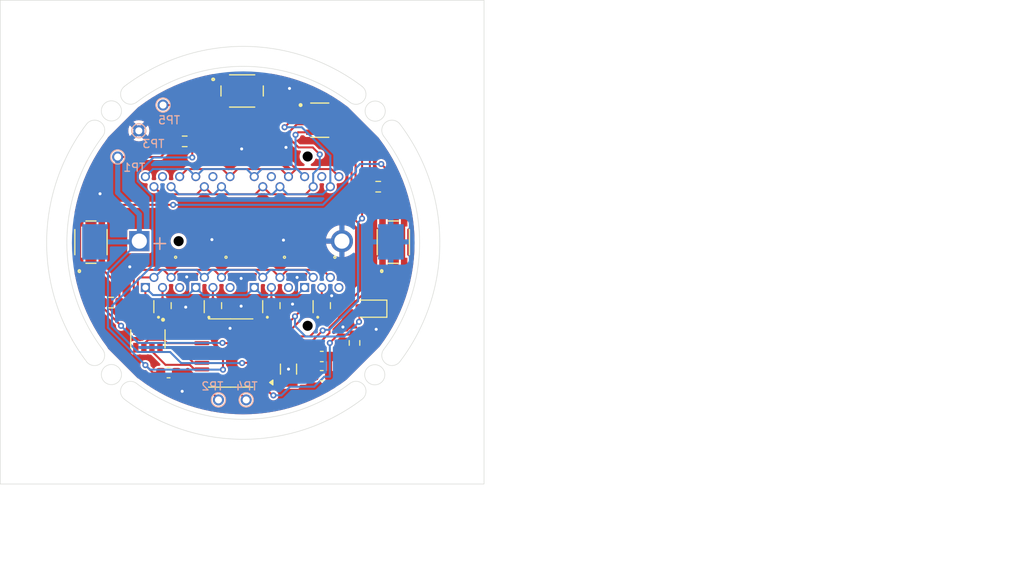
<source format=kicad_pcb>
(kicad_pcb (version 20240108) (generator "pcbnew") (generator_version "8.0")
  (layers (0 "F.Cu" signal) (31 "B.Cu" signal) (34 "B.Paste" user) (35 "F.Paste" user) (36 "B.SilkS" user "B.Silkscreen") (37 "F.SilkS" user "F.Silkscreen") (38 "B.Mask" user) (39 "F.Mask" user) (44 "Edge.Cuts" user))
  (net 0 "")
  (net 1 "VDD")
  (net 2 "GND")
  (net 3 "Net-(U1-PC15)")
  (net 4 "Net-(U1-PC14)")
  (net 5 "Net-(Q1-B)")
  (net 6 "Net-(Q1-C)")
  (net 7 "Net-(D1-K)")
  (net 8 "Net-(Q2-C)")
  (net 9 "Net-(Q3-C)")
  (net 10 "Net-(Q4-C)")
  (net 11 "Net-(U2-C)")
  (net 12 "Net-(U2-B)")
  (net 13 "Net-(U2-A)")
  (net 14 "Net-(U1-PA3)")
  (net 15 "Net-(U1-PA0)")
  (net 16 "Net-(U1-PA2)")
  (net 17 "Net-(U2-D)")
  (net 18 "Net-(U1-PA1)")
  (net 19 "Net-(U2-G)")
  (net 20 "Net-(U2-E)")
  (net 21 "Net-(U2-F)")
  (net 22 "Net-(D1-A)")
  (net 23 "Net-(U1-PB9)")
  (net 24 "Net-(Q3-B)")
  (net 25 "Net-(U1-PA10)")
  (net 26 "Net-(U1-PA9)")
  (net 31 "Net-(R1-Pad2)")
  (net 32 "Net-(R5-Pad2)")
  (net 39 "Net-(U1-NRST)")
  (net 40 "Net-(U1-PA14{slash}SWCLK)")
  (net 41 "Net-(U1-PA13{slash}SWDIO)")
  (net 42 "Net-(Q2-B)")
  (net 43 "Net-(U1-PB1)")
  (footprint "Resistor_SMD:R_0603_1608Metric" (layer "F.Cu") (at 84.3 80)
    (property "Reference" "R3" (hide yes))
    (property "Value" "10k")
  )
  (footprint "Capacitor_SMD:C_0603_1608Metric" (layer "F.Cu") (at 97.9 101.35)
    (property "Reference" "C1" (hide yes))
    (property "Value" "C_Small")
  )
  (footprint "Capacitor_SMD:C_0603_1608Metric" (layer "F.Cu") (at 97.9 103.25)
    (property "Reference" "C3" (hide yes))
    (property "Value" "C_Small")
  )
  (footprint "Resistor_SMD:R_0603_1608Metric" (layer "F.Cu") (at 77 96)
    (property "Reference" "R5" (hide yes))
    (property "Value" "39k")
  )
  (footprint "SW_SMD:RESCAF80P320X160X60-8N" (layer "F.Cu") (at 97.7 77.9)
    (property "Reference" "RN1" (hide yes))
    (property "Value" "CAY16-103J4LF")
  )
  (footprint "Package_TO_SOT_SMD:SOT-723" (layer "F.Cu") (at 97.9 96.3 90)
    (property "Reference" "Q4" (hide yes))
    (property "Value" "DTC143ZMFHA")
  )
  (footprint "Capacitor_SMD:C_0603_1608Metric" (layer "F.Cu") (at 82.7 102.95)
    (property "Reference" "C2" (hide yes))
    (property "Value" "C_Small")
  )
  (footprint "Display_7Segment:GL91AR" (layer "F.Cu") (at 91.2 94.5)
    (property "Reference" "U4" (hide yes))
    (property "Value" "GL91AR")
  )
  (footprint "SW_SMD:SW_SKRPACE010" (layer "F.Cu") (at 90 75)
    (property "Reference" "S4" (hide yes))
    (property "Value" "SKRPACE010")
  )
  (footprint "Package_TO_SOT_SMD:SOT-723" (layer "F.Cu") (at 87.1 96.3 90)
    (property "Reference" "Q2" (hide yes))
    (property "Value" "DTC143ZMFHA")
  )
  (footprint "Package_TO_SOT_SMD:SOT-723" (layer "F.Cu") (at 82.1 96.3 90)
    (property "Reference" "Q1" (hide yes))
    (property "Value" "DTC143ZMFHA")
  )
  (footprint "Diode_SMD:D_SOD-323F" (layer "F.Cu") (at 102.75 96.6 180)
    (property "Reference" "D1" (hide yes))
    (property "Value" "1SS380VM")
  )
  (footprint "SW_SMD:SW_SKRPACE010" (layer "F.Cu") (at 75 90 90)
    (property "Reference" "S2" (hide yes))
    (property "Value" "SKRPACE010")
  )
  (footprint "Resistor_SMD:R_0603_1608Metric" (layer "F.Cu") (at 101.15 100 -90)
    (property "Reference" "R4" (hide yes))
    (property "Value" "10k")
  )
  (footprint "Package_SO:TSSOP-20_4.4x6.5mm_P0.65mm" (layer "F.Cu") (at 88.8625 101 180)
    (property "Reference" "U1" (hide yes))
    (property "Value" "STM32L010F4P6")
  )
  (footprint "SW_SMD:SW_SKRPACE010" (layer "F.Cu") (at 105 90 90)
    (property "Reference" "S1" (hide yes))
    (property "Value" "SKRPACE010")
  )
  (footprint "Display_7Segment:GL91AR" (layer "F.Cu") (at 96.2 94.5)
    (property "Reference" "U5" (hide yes))
    (property "Value" "GL91AR")
  )
  (footprint "Package_TO_SOT_SMD:SOT-723" (layer "F.Cu") (at 92.9 96.3 90)
    (property "Reference" "Q3" (hide yes))
    (property "Value" "DTC143ZMFHA")
  )
  (footprint "Display_7Segment:GL91AR" (layer "F.Cu") (at 80.4 94.5)
    (property "Reference" "U2" (hide yes))
    (property "Value" "GL91AR")
  )
  (footprint "Display_7Segment:GL91AR" (layer "F.Cu") (at 85.4 94.5)
    (property "Reference" "U3" (hide yes))
    (property "Value" "GL91AR")
  )
  (footprint "SW_SMD:XTAL_FC-135_32.7680KA-A0" (layer "F.Cu") (at 94.6 102.6 -90)
    (property "Reference" "Y1" (hide yes))
    (property "Value" "FC-135_32.7680KA-A0")
  )
  (footprint "SW_SMD:RESCAF80P320X160X60-8N" (layer "F.Cu") (at 80.65 99.6 -90)
    (property "Reference" "RN2" (hide yes))
    (property "Value" "CAY16-103J4LF")
  )
  (footprint "Resistor_SMD:R_0603_1608Metric" (layer "F.Cu") (at 103.5 84.5)
    (property "Reference" "R1" (hide yes))
    (property "Value" "39k")
  )
  (footprint "Battery:BatteryHolder_Keystone_1058_1x2032" (layer "B.Cu") (at 90.08 89.975)
    (property "Reference" "BT1" (hide yes))
    (property "Value" "Battery_Cell" (hide yes))
  )
  (footprint "Battery:Battery_CH224-2032" (layer "B.Cu") (at 79.8 89.9)
    (property "Reference" "BT2" (hide yes))
    (property "Value" "Battery_Cell")
  )
  (footprint "TestPoint:TestPoint_THTPad_D1.1mm_Drill0.7mm" (layer "B.Cu") (at 82.15 76.4 180)
    (property "Reference" "TP5")
    (property "Value" "NRST")
  )
  (footprint "TestPoint:TestPoint_THTPad_D1.1mm_Drill0.7mm" (layer "B.Cu") (at 90.4 105.65 180)
    (property "Reference" "TP4")
    (property "Value" "SWDIO")
  )
  (footprint "TestPoint:TestPoint_THTPad_D1.1mm_Drill0.7mm" (layer "B.Cu") (at 77.65 81.55 180)
    (property "Reference" "TP1")
    (property "Value" "VDD")
  )
  (footprint "TestPoint:TestPoint_THTPad_D1.1mm_Drill0.7mm" (layer "B.Cu") (at 87.65 105.65 180)
    (property "Reference" "TP2")
    (property "Value" "SWCLK")
  )
  (footprint "TestPoint:TestPoint_THTPad_D1.1mm_Drill0.7mm" (layer "B.Cu") (at 79.75 78.95 180)
    (property "Reference" "TP3")
    (property "Value" "GND")
  )
  (gr_arc (start 105.636992 78.263471) (mid 109.615554 90.069489) (end 105.636991 101.875507) (stroke (width 0.05)) (layer "Edge.Cuts"))
  (gr_arc (start 105.636992 101.875507) (mid 104.251254 102.038657) (end 104.039637 100.659489) (stroke (width 0.05)) (layer "Edge.Cuts"))
  (gr_arc (start 79.511265 76.130641) (mid 90.116943 72.559009) (end 100.719637 76.139489) (stroke (width 0.05)) (layer "Edge.Cuts"))
  (gr_arc (start 101.907957 74.555722) (mid 102.09 75.93) (end 100.719637 76.139489) (stroke (width 0.05)) (layer "Edge.Cuts"))
  (gr_circle (center 103.199637 76.999489) (end 104.199637 76.999489) (stroke (width 0.05)) (fill none) (layer "Edge.Cuts"))
  (gr_arc (start 100.721316 103.995721) (mid 102.091679 104.20521) (end 101.909636 105.579488) (stroke (width 0.05)) (layer "Edge.Cuts"))
  (gr_arc (start 79.51 76.128978) (mid 78.139637 75.919489) (end 78.32168 74.545211) (stroke (width 0.05)) (layer "Edge.Cuts"))
  (gr_arc (start 104.039637 79.479489) (mid 107.608008 90.069487) (end 104.03964 100.659485) (stroke (width 0.05)) (layer "Edge.Cuts"))
  (gr_arc (start 76.178005 100.659487) (mid 72.609637 90.069489) (end 76.178008 79.479491) (stroke (width 0.05)) (layer "Edge.Cuts"))
  (gr_arc (start 104.039637 79.479489) (mid 104.251254 78.10032) (end 105.636992 78.263471) (stroke (width 0.05)) (layer "Edge.Cuts"))
  (gr_circle (center 77.029637 76.979489) (end 78.029637 76.979489) (stroke (width 0.05)) (fill none) (layer "Edge.Cuts"))
  (gr_arc (start 74.583899 78.262639) (mid 75.969637 78.099489) (end 76.181254 79.478657) (stroke (width 0.05)) (layer "Edge.Cuts"))
  (gr_arc (start 100.722631 103.997442) (mid 90.111747 107.580158) (end 79.5 104) (stroke (width 0.05)) (layer "Edge.Cuts"))
  (gr_arc (start 78.31168 105.583767) (mid 78.129637 104.209489) (end 79.5 104) (stroke (width 0.05)) (layer "Edge.Cuts"))
  (gr_arc (start 101.910949 105.581214) (mid 90.111745 109.560117) (end 78.31168 105.583766) (stroke (width 0.05)) (layer "Edge.Cuts"))
  (gr_arc (start 76.171254 100.66032) (mid 75.959637 102.039489) (end 74.573899 101.876338) (stroke (width 0.05)) (layer "Edge.Cuts"))
  (gr_arc (start 78.320759 74.543998) (mid 90.116333 70.576821) (end 101.907957 74.555722) (stroke (width 0.05)) (layer "Edge.Cuts"))
  (gr_circle (center 77.029637 103.139489) (end 78.029637 103.139489) (stroke (width 0.05)) (fill none) (layer "Edge.Cuts"))
  (gr_arc (start 74.582283 101.875508) (mid 70.60372 90.06949) (end 74.582282 78.263472) (stroke (width 0.05)) (layer "Edge.Cuts"))
  (gr_circle (center 103.159637 103.159489) (end 104.159637 103.159489) (stroke (width 0.05)) (fill none) (layer "Edge.Cuts"))
  (gr_rect (start 66 66) (end 114 114) (stroke (width 0.05)) (fill none) (layer "Edge.Cuts"))
  (segment (start 86 101.325) (end 88.1 101.325) (width 0.2) (layer "F.Cu") (net 1))
  (segment (start 81.925 81.55) (end 83.475 80) (width 0.2) (layer "F.Cu") (net 1))
  (segment (start 88.1 101.325) (end 88.1 102.65) (width 0.2) (layer "F.Cu") (net 1))
  (segment (start 81.925 102.95) (end 81.15 102.95) (width 0.2) (layer "F.Cu") (net 1))
  (segment (start 77.65 81.55) (end 81.925 81.55) (width 0.2) (layer "F.Cu") (net 1))
  (segment (start 88.1 101.325) (end 91.725 101.325) (width 0.2) (layer "F.Cu") (net 1))
  (segment (start 81.15 102.95) (end 80.4 102.2) (width 0.2) (layer "F.Cu") (net 1))
  (via (at 80.4 102.2) (size 0.6) (drill 0.3) (layers "F.Cu" "B.Cu") (net 1))
  (via (at 88.1 102.65) (size 0.6) (drill 0.3) (layers "F.Cu" "B.Cu") (net 1))
  (segment (start 76.68514 98.48514) (end 80.4 102.2) (width 0.2) (layer "B.Cu") (net 1))
  (segment (start 75.4 89.975) (end 79.725 89.975) (width 0.5) (layer "B.Cu") (net 1))
  (segment (start 79.8 87.25) (end 77.65 85.1) (width 0.5) (layer "B.Cu") (net 1))
  (segment (start 80.4 102.2) (end 80.85 102.65) (width 0.2) (layer "B.Cu") (net 1))
  (segment (start 79.8 89.9) (end 79.8 87.25) (width 0.5) (layer "B.Cu") (net 1))
  (segment (start 79.725 89.975) (end 79.8 89.9) (width 0.5) (layer "B.Cu") (net 1))
  (segment (start 76.68514 93.01486) (end 76.68514 98.48514) (width 0.2) (layer "B.Cu") (net 1))
  (segment (start 80.85 102.65) (end 88.1 102.65) (width 0.2) (layer "B.Cu") (net 1))
  (segment (start 77.65 85.1) (end 77.65 81.55) (width 0.5) (layer "B.Cu") (net 1))
  (segment (start 79.8 89.9) (end 76.68514 93.01486) (width 0.2) (layer "B.Cu") (net 1))
  (via (at 75.9 85.2) (size 0.6) (drill 0.3) (layers "F.Cu" "B.Cu") (net 2))
  (via (at 100 98.42) (size 0.6) (drill 0.3) (layers "F.Cu" "B.Cu") (net 2))
  (via (at 89.9 96.35) (size 0.6) (drill 0.3) (layers "F.Cu" "B.Cu") (net 2))
  (via (at 78.85 92.45) (size 0.6) (drill 0.3) (layers "F.Cu" "B.Cu") (net 2))
  (via (at 94.35 80.6) (size 0.6) (drill 0.3) (layers "F.Cu" "B.Cu") (net 2))
  (via (at 88.8 98.55) (size 0.6) (drill 0.3) (layers "F.Cu" "B.Cu") (net 2))
  (via (at 89.95 80.75) (size 0.6) (drill 0.3) (layers "F.Cu" "B.Cu") (net 2))
  (via (at 94.1 89.8) (size 0.6) (drill 0.3) (layers "F.Cu" "B.Cu") (net 2))
  (via (at 89.9 93.6) (size 0.6) (drill 0.3) (layers "F.Cu" "B.Cu") (net 2))
  (via (at 84.4 96.45) (size 0.6) (drill 0.3) (layers "F.Cu" "B.Cu") (net 2))
  (via (at 84.5 93.45) (size 0.6) (drill 0.3) (layers "F.Cu" "B.Cu") (net 2))
  (via (at 94.6 102.6) (size 0.6) (drill 0.3) (layers "F.Cu" "B.Cu") (net 2))
  (via (at 95.45 93.5) (size 0.6) (drill 0.3) (layers "F.Cu" "B.Cu") (net 2))
  (via (at 87 89.75) (size 0.6) (drill 0.3) (layers "F.Cu" "B.Cu") (net 2))
  (via (at 94.7 74.75) (size 0.6) (drill 0.3) (layers "F.Cu" "B.Cu") (net 2))
  (via (at 103.3 98.65) (size 0.6) (drill 0.3) (layers "F.Cu" "B.Cu") (net 2))
  (via (at 98.88 95.32) (size 0.6) (drill 0.3) (layers "F.Cu" "B.Cu") (net 2))
  (via (at 95 96.15) (size 0.6) (drill 0.3) (layers "F.Cu" "B.Cu") (net 2))
  (via (at 84.05 104.8) (size 0.6) (drill 0.3) (layers "F.Cu" "B.Cu") (net 2))
  (segment (start 99.975 89.975) (end 99.9 89.9) (width 0.2) (layer "B.Cu") (net 2))
  (segment (start 97.125 101.35) (end 94.6 101.35) (width 0.2) (layer "F.Cu") (net 3))
  (segment (start 92.462499 102.625) (end 93.737499 101.35) (width 0.2) (layer "F.Cu") (net 3))
  (segment (start 91.725 102.625) (end 92.462499 102.625) (width 0.2) (layer "F.Cu") (net 3))
  (segment (start 93.737499 101.35) (end 94.6 101.35) (width 0.2) (layer "F.Cu") (net 3))
  (segment (start 94.025 103.275) (end 94.6 103.85) (width 0.2) (layer "F.Cu") (net 4))
  (segment (start 96.8 103.25) (end 96.2 103.85) (width 0.2) (layer "F.Cu") (net 4))
  (segment (start 97.125 103.25) (end 96.8 103.25) (width 0.2) (layer "F.Cu") (net 4))
  (segment (start 91.725 103.275) (end 94.025 103.275) (width 0.2) (layer "F.Cu") (net 4))
  (segment (start 96.2 103.85) (end 94.6 103.85) (width 0.2) (layer "F.Cu") (net 4))
  (segment (start 84.2 99.375) (end 86 99.375) (width 0.2) (layer "F.Cu") (net 5))
  (segment (start 81.7 96.875) (end 84.2 99.375) (width 0.2) (layer "F.Cu") (net 5))
  (segment (start 82.1 94.5) (end 82.1 95.725) (width 0.2) (layer "F.Cu") (net 6))
  (segment (start 103.85 96.6) (end 103.85 94.3) (width 0.2) (layer "F.Cu") (net 7))
  (segment (start 73.925 92.075) (end 73.925 87.925) (width 0.2) (layer "F.Cu") (net 7))
  (segment (start 103.85 94.3) (end 106.075 92.075) (width 0.2) (layer "F.Cu") (net 7))
  (segment (start 106.075 87.925) (end 106.075 87.225) (width 0.2) (layer "F.Cu") (net 7))
  (segment (start 105.3 86.15) (end 105.3 83.75) (width 0.2) (layer "F.Cu") (net 7))
  (segment (start 106.075 87.225) (end 105.15 86.3) (width 0.2) (layer "F.Cu") (net 7))
  (segment (start 105.15 86.3) (end 105.3 86.15) (width 0.2) (layer "F.Cu") (net 7))
  (segment (start 105.3 83.75) (end 103.8 82.25) (width 0.2) (layer "F.Cu") (net 7))
  (segment (start 75.55 86.3) (end 73.925 87.925) (width 0.2) (layer "F.Cu") (net 7))
  (segment (start 83.15 86.3) (end 75.55 86.3) (width 0.2) (layer "F.Cu") (net 7))
  (segment (start 106.075 87.925) (end 106.075 92.075) (width 0.2) (layer "F.Cu") (net 7))
  (via (at 83.15 86.3) (size 0.6) (drill 0.3) (layers "F.Cu" "B.Cu") (net 7))
  (via (at 103.8 82.25) (size 0.6) (drill 0.3) (layers "F.Cu" "B.Cu") (net 7))
  (segment (start 101.3 82.65) (end 101.3 83.010661) (width 0.2) (layer "B.Cu") (net 7))
  (segment (start 101.7 82.25) (end 101.3 82.65) (width 0.2) (layer "B.Cu") (net 7))
  (segment (start 101.3 83.010661) (end 98.010661 86.3) (width 0.2) (layer "B.Cu") (net 7))
  (segment (start 98.010661 86.3) (end 83.15 86.3) (width 0.2) (layer "B.Cu") (net 7))
  (segment (start 103.8 82.25) (end 101.7 82.25) (width 0.2) (layer "B.Cu") (net 7))
  (segment (start 87.1 94.5) (end 87.1 95.725) (width 0.2) (layer "F.Cu") (net 8))
  (segment (start 92.9 94.5) (end 92.9 95.725) (width 0.2) (layer "F.Cu") (net 9))
  (segment (start 97.9 94.5) (end 97.9 95.725) (width 0.2) (layer "F.Cu") (net 10))
  (segment (start 93 92.75) (end 93.75 93.5) (width 0.2) (layer "F.Cu") (net 11))
  (segment (start 79.25 93.534314) (end 80.034314 92.75) (width 0.2) (layer "F.Cu") (net 11))
  (segment (start 80.034314 92.75) (end 82.2 92.75) (width 0.2) (layer "F.Cu") (net 11))
  (segment (start 93.75 93.5) (end 94.5 92.75) (width 0.2) (layer "F.Cu") (net 11))
  (segment (start 98 92.75) (end 98.75 93.5) (width 0.2) (layer "F.Cu") (net 11))
  (segment (start 83.7 92.75) (end 87.2 92.75) (width 0.2) (layer "F.Cu") (net 11))
  (segment (start 82.95 93.5) (end 83.7 92.75) (width 0.2) (layer "F.Cu") (net 11))
  (segment (start 82.2 92.75) (end 82.95 93.5) (width 0.2) (layer "F.Cu") (net 11))
  (segment (start 80.25 97.349828) (end 79.25 96.349827) (width 0.2) (layer "F.Cu") (net 11))
  (segment (start 94.5 92.75) (end 98 92.75) (width 0.2) (layer "F.Cu") (net 11))
  (segment (start 79.25 96.349827) (end 79.25 93.534314) (width 0.2) (layer "F.Cu") (net 11))
  (segment (start 87.2 92.75) (end 87.95 93.5) (width 0.2) (layer "F.Cu") (net 11))
  (segment (start 88.7 92.75) (end 93 92.75) (width 0.2) (layer "F.Cu") (net 11))
  (segment (start 80.25 98.725) (end 80.25 97.349828) (width 0.2) (layer "F.Cu") (net 11))
  (segment (start 87.95 93.5) (end 88.7 92.75) (width 0.2) (layer "F.Cu") (net 11))
  (segment (start 93.561952 78.33033) (end 93.561952 80.961952) (width 0.2) (layer "F.Cu") (net 12))
  (segment (start 93.561952 80.961952) (end 95.35 82.75) (width 0.2) (layer "F.Cu") (net 12))
  (segment (start 94.6 83.5) (end 95.35 82.75) (width 0.2) (layer "F.Cu") (net 12))
  (segment (start 93.85 82.75) (end 94.6 83.5) (width 0.2) (layer "F.Cu") (net 12))
  (segment (start 89.55 82.75) (end 93.85 82.75) (width 0.2) (layer "F.Cu") (net 12))
  (segment (start 88.8 83.5) (end 89.55 82.75) (width 0.2) (layer "F.Cu") (net 12))
  (segment (start 95.35 82.75) (end 98.85 82.75) (width 0.2) (layer "F.Cu") (net 12))
  (segment (start 83.8 83.5) (end 84.55 82.75) (width 0.2) (layer "F.Cu") (net 12))
  (segment (start 88.05 82.75) (end 88.8 83.5) (width 0.2) (layer "F.Cu") (net 12))
  (segment (start 98.85 82.75) (end 99.6 83.5) (width 0.2) (layer "F.Cu") (net 12))
  (segment (start 95.192281 76.700001) (end 93.561952 78.33033) (width 0.2) (layer "F.Cu") (net 12))
  (segment (start 96.825 76.700001) (end 95.192281 76.700001) (width 0.2) (layer "F.Cu") (net 12))
  (segment (start 84.55 82.75) (end 88.05 82.75) (width 0.2) (layer "F.Cu") (net 12))
  (segment (start 95.311522 77.499999) (end 94.211952 78.599569) (width 0.2) (layer "F.Cu") (net 13))
  (segment (start 96.825001 77.499999) (end 95.311522 77.499999) (width 0.2) (layer "F.Cu") (net 13))
  (via (at 94.211952 78.599569) (size 0.6) (drill 0.3) (layers "F.Cu" "B.Cu") (net 13))
  (segment (start 87.95 84.5) (end 88.7 85.25) (width 0.2) (layer "B.Cu") (net 13))
  (segment (start 95.918808 78.599569) (end 94.211952 78.599569) (width 0.2) (layer "B.Cu") (net 13))
  (segment (start 98 85.25) (end 98.75 84.5) (width 0.2) (layer "B.Cu") (net 13))
  (segment (start 87.2 85.25) (end 87.95 84.5) (width 0.2) (layer "B.Cu") (net 13))
  (segment (start 83.7 85.25) (end 87.2 85.25) (width 0.2) (layer "B.Cu") (net 13))
  (segment (start 98.75 81.430761) (end 95.918808 78.599569) (width 0.2) (layer "B.Cu") (net 13))
  (segment (start 93.75 84.5) (end 94.5 85.25) (width 0.2) (layer "B.Cu") (net 13))
  (segment (start 82.95 84.5) (end 83.7 85.25) (width 0.2) (layer "B.Cu") (net 13))
  (segment (start 93 85.25) (end 93.75 84.5) (width 0.2) (layer "B.Cu") (net 13))
  (segment (start 88.7 85.25) (end 93 85.25) (width 0.2) (layer "B.Cu") (net 13))
  (segment (start 98.75 84.5) (end 98.75 81.430761) (width 0.2) (layer "B.Cu") (net 13))
  (segment (start 94.5 85.25) (end 98 85.25) (width 0.2) (layer "B.Cu") (net 13))
  (segment (start 94.802208 98.725) (end 96.127208 97.4) (width 0.2) (layer "F.Cu") (net 14))
  (segment (start 98.568456 97.4) (end 98.12 97.4) (width 0.2) (layer "F.Cu") (net 14))
  (segment (start 98.575 79.099999) (end 100.85 81.374999) (width 0.2) (layer "F.Cu") (net 14))
  (segment (start 98.8 97.168456) (end 98.568456 97.4) (width 0.2) (layer "F.Cu") (net 14))
  (segment (start 96.127208 97.4) (end 98.6 97.4) (width 0.2) (layer "F.Cu") (net 14))
  (segment (start 100.85 81.374999) (end 100.85 88.084924) (width 0.2) (layer "F.Cu") (net 14))
  (segment (start 91.725 98.725) (end 94.802208 98.725) (width 0.2) (layer "F.Cu") (net 14))
  (segment (start 101.3 88.534925) (end 101.3 94.3) (width 0.2) (layer "F.Cu") (net 14))
  (segment (start 100.85 88.084924) (end 101.3 88.534925) (width 0.2) (layer "F.Cu") (net 14))
  (segment (start 98.8 96.8) (end 98.8 97.168456) (width 0.2) (layer "F.Cu") (net 14))
  (segment (start 101.3 94.3) (end 98.8 96.8) (width 0.2) (layer "F.Cu") (net 14))
  (segment (start 102.675 94.475) (end 101.299999 95.85) (width 0.2) (layer "F.Cu") (net 15))
  (segment (start 97.425 100.25) (end 92.887499 100.25) (width 0.2) (layer "F.Cu") (net 15))
  (segment (start 101.237353 95.85) (end 99.6 97.487353) (width 0.2) (layer "F.Cu") (net 15))
  (segment (start 99.059999 76.700001) (end 102.675 80.315002) (width 0.2) (layer "F.Cu") (net 15))
  (segment (start 92.887499 100.25) (end 92.462499 100.675) (width 0.2) (layer "F.Cu") (net 15))
  (segment (start 92.462499 100.675) (end 91.725 100.675) (width 0.2) (layer "F.Cu") (net 15))
  (segment (start 101.299999 95.85) (end 101.237353 95.85) (width 0.2) (layer "F.Cu") (net 15))
  (segment (start 99.6 97.487353) (end 99.6 97.55) (width 0.2) (layer "F.Cu") (net 15))
  (segment (start 98.665292 98.484708) (end 98.665292 99.009708) (width 0.2) (layer "F.Cu") (net 15))
  (segment (start 98.665292 99.009708) (end 97.425 100.25) (width 0.2) (layer "F.Cu") (net 15))
  (segment (start 99.6 97.55) (end 98.665292 98.484708) (width 0.2) (layer "F.Cu") (net 15))
  (segment (start 102.675 84.5) (end 102.675 94.475) (width 0.2) (layer "F.Cu") (net 15))
  (segment (start 102.675 80.315002) (end 102.675 84.5) (width 0.2) (layer "F.Cu") (net 15))
  (segment (start 98.575 76.700001) (end 99.059999 76.700001) (width 0.2) (layer "F.Cu") (net 15))
  (segment (start 99.177071 97.332929) (end 101.7 94.81) (width 0.2) (layer "F.Cu") (net 16))
  (segment (start 98.453518 98.112167) (end 99.177071 97.388614) (width 0.2) (layer "F.Cu") (net 16))
  (segment (start 97.724354 98.112167) (end 98.453518 98.112167) (width 0.2) (layer "F.Cu") (net 16))
  (segment (start 97.4 98.436521) (end 97.4 98.672792) (width 0.2) (layer "F.Cu") (net 16))
  (segment (start 101.25 80.490003) (end 101.25 87.85) (width 0.2) (layer "F.Cu") (net 16))
  (segment (start 97.724354 98.112167) (end 97.4 98.436521) (width 0.2) (layer "F.Cu") (net 16))
  (segment (start 99.059998 78.300001) (end 101.25 80.490003) (width 0.2) (layer "F.Cu") (net 16))
  (segment (start 98.574999 78.300001) (end 99.059998 78.300001) (width 0.2) (layer "F.Cu") (net 16))
  (segment (start 99.177071 97.388614) (end 99.177071 97.332929) (width 0.2) (layer "F.Cu") (net 16))
  (segment (start 101.25 87.85) (end 101.7 88.3) (width 0.2) (layer "F.Cu") (net 16))
  (segment (start 91.75 99.35) (end 91.725 99.375) (width 0.2) (layer "F.Cu") (net 16))
  (segment (start 97.4 98.672792) (end 96.722792 99.35) (width 0.2) (layer "F.Cu") (net 16))
  (segment (start 96.722792 99.35) (end 91.75 99.35) (width 0.2) (layer "F.Cu") (net 16))
  (segment (start 101.7 94.81) (end 101.7 88.3) (width 0.2) (layer "F.Cu") (net 16))
  (segment (start 79.85 93.5) (end 81.25 93.5) (width 0.2) (layer "F.Cu") (net 17))
  (segment (start 79.65 93.7) (end 79.85 93.5) (width 0.2) (layer "F.Cu") (net 17))
  (segment (start 81.05 97.584142) (end 79.65 96.184142) (width 0.2) (layer "F.Cu") (net 17))
  (segment (start 81.05 98.725001) (end 81.05 97.584142) (width 0.2) (layer "F.Cu") (net 17))
  (segment (start 79.65 96.184142) (end 79.65 93.7) (width 0.2) (layer "F.Cu") (net 17))
  (segment (start 96.3 92.75) (end 97.05 93.5) (width 0.2) (layer "B.Cu") (net 17))
  (segment (start 81.3 93.5) (end 82.05 92.75) (width 0.2) (layer "B.Cu") (net 17))
  (segment (start 81.25 93.5) (end 81.3 93.5) (width 0.2) (layer "B.Cu") (net 17))
  (segment (start 91.3 92.75) (end 92.05 93.5) (width 0.2) (layer "B.Cu") (net 17))
  (segment (start 85.5 92.75) (end 86.25 93.5) (width 0.2) (layer "B.Cu") (net 17))
  (segment (start 87 92.75) (end 91.3 92.75) (width 0.2) (layer "B.Cu") (net 17))
  (segment (start 86.25 93.5) (end 87 92.75) (width 0.2) (layer "B.Cu") (net 17))
  (segment (start 92.8 92.75) (end 96.3 92.75) (width 0.2) (layer "B.Cu") (net 17))
  (segment (start 92.05 93.5) (end 92.8 92.75) (width 0.2) (layer "B.Cu") (net 17))
  (segment (start 82.05 92.75) (end 85.5 92.75) (width 0.2) (layer "B.Cu") (net 17))
  (segment (start 101.9 80.340001) (end 101.9 87.65) (width 0.2) (layer "F.Cu") (net 18))
  (segment (start 92.46527 100.025) (end 92.74027 99.75) (width 0.2) (layer "F.Cu") (net 18))
  (segment (start 92.74027 99.75) (end 97.00576 99.75) (width 0.2) (layer "F.Cu") (net 18))
  (segment (start 101.9 87.65) (end 101.975 87.575) (width 0.2) (layer "F.Cu") (net 18))
  (segment (start 97.00576 99.75) (end 97.993593 98.762167) (width 0.2) (layer "F.Cu") (net 18))
  (segment (start 91.725 100.025) (end 88.075 100.025) (width 0.2) (layer "F.Cu") (net 18))
  (segment (start 98.575 77.5) (end 99.059999 77.5) (width 0.2) (layer "F.Cu") (net 18))
  (segment (start 76.175 96.490074) (end 77.984925 98.299999) (width 0.2) (layer "F.Cu") (net 18))
  (segment (start 76.175 96) (end 76.175 96.490074) (width 0.2) (layer "F.Cu") (net 18))
  (segment (start 88.075 100.025) (end 88.05 100) (width 0.2) (layer "F.Cu") (net 18))
  (segment (start 91.725 100.025) (end 92.46527 100.025) (width 0.2) (layer "F.Cu") (net 18))
  (segment (start 99.059999 77.5) (end 101.9 80.340001) (width 0.2) (layer "F.Cu") (net 18))
  (via (at 77.984925 98.299999) (size 0.6) (drill 0.3) (layers "F.Cu" "B.Cu") (net 18))
  (via (at 88.05 100) (size 0.6) (drill 0.3) (layers "F.Cu" "B.Cu") (net 18))
  (via (at 97.993593 98.762167) (size 0.6) (drill 0.3) (layers "F.Cu" "B.Cu") (net 18))
  (via (at 101.9 87.65) (size 0.6) (drill 0.3) (layers "F.Cu" "B.Cu") (net 18))
  (segment (start 79.684926 100) (end 77.984925 98.299999) (width 0.2) (layer "B.Cu") (net 18))
  (segment (start 101.5 88.05) (end 101.9 87.65) (width 0.2) (layer "B.Cu") (net 18))
  (segment (start 101.5 95.85) (end 98.65 98.7) (width 0.2) (layer "B.Cu") (net 18))
  (segment (start 101.5 95.85) (end 101.5 88.05) (width 0.2) (layer "B.Cu") (net 18))
  (segment (start 98.65 98.7) (end 98.05576 98.7) (width 0.2) (layer "B.Cu") (net 18))
  (segment (start 88.05 100) (end 79.684926 100) (width 0.2) (layer "B.Cu") (net 18))
  (segment (start 98.05576 98.7) (end 97.993593 98.762167) (width 0.2) (layer "B.Cu") (net 18))
  (segment (start 96.825 79.099999) (end 95.550001 79.099999) (width 0.2) (layer "F.Cu") (net 19))
  (segment (start 95.550001 79.099999) (end 95.3 79.35) (width 0.2) (layer "F.Cu") (net 19))
  (via (at 95.3 79.35) (size 0.6) (drill 0.3) (layers "F.Cu" "B.Cu") (net 19))
  (segment (start 86.15 82.75) (end 90.45 82.75) (width 0.2) (layer "B.Cu") (net 19))
  (segment (start 81.15 82.75) (end 84.65 82.75) (width 0.2) (layer "B.Cu") (net 19))
  (segment (start 80.4 83.5) (end 81.15 82.75) (width 0.2) (layer "B.Cu") (net 19))
  (segment (start 95.3 82.6) (end 95.8 83.1) (width 0.2) (layer "B.Cu") (net 19))
  (segment (start 91.2 83.5) (end 91.95 82.75) (width 0.2) (layer "B.Cu") (net 19))
  (segment (start 84.65 82.75) (end 85.4 83.5) (width 0.2) (layer "B.Cu") (net 19))
  (segment (start 85.4 83.5) (end 86.15 82.75) (width 0.2) (layer "B.Cu") (net 19))
  (segment (start 90.45 82.75) (end 91.2 83.5) (width 0.2) (layer "B.Cu") (net 19))
  (segment (start 95.3 79.35) (end 95.3 82.6) (width 0.2) (layer "B.Cu") (net 19))
  (segment (start 95.8 83.1) (end 96.2 83.5) (width 0.2) (layer "B.Cu") (net 19))
  (segment (start 95.45 82.75) (end 95.8 83.1) (width 0.2) (layer "B.Cu") (net 19))
  (segment (start 91.95 82.75) (end 95.45 82.75) (width 0.2) (layer "B.Cu") (net 19))
  (segment (start 81.850001 98.725) (end 81.850001 97.818457) (width 0.2) (layer "F.Cu") (net 20))
  (segment (start 80.4 96.368456) (end 80.4 94.5) (width 0.2) (layer "F.Cu") (net 20))
  (segment (start 81.850001 97.818457) (end 80.4 96.368456) (width 0.2) (layer "F.Cu") (net 20))
  (segment (start 91.2 94.5) (end 91.95 95.25) (width 0.2) (layer "B.Cu") (net 20))
  (segment (start 95.45 95.25) (end 96.2 94.5) (width 0.2) (layer "B.Cu") (net 20))
  (segment (start 90.45 95.25) (end 91.2 94.5) (width 0.2) (layer "B.Cu") (net 20))
  (segment (start 84.65 95.25) (end 85.4 94.5) (width 0.2) (layer "B.Cu") (net 20))
  (segment (start 86.15 95.25) (end 90.45 95.25) (width 0.2) (layer "B.Cu") (net 20))
  (segment (start 81.15 95.25) (end 84.65 95.25) (width 0.2) (layer "B.Cu") (net 20))
  (segment (start 80.4 94.5) (end 81.15 95.25) (width 0.2) (layer "B.Cu") (net 20))
  (segment (start 85.4 94.5) (end 86.15 95.25) (width 0.2) (layer "B.Cu") (net 20))
  (segment (start 91.95 95.25) (end 95.45 95.25) (width 0.2) (layer "B.Cu") (net 20))
  (segment (start 96.825 78.3) (end 95.430761 78.3) (width 0.2) (layer "F.Cu") (net 21))
  (segment (start 87 85.25) (end 91.3 85.25) (width 0.2) (layer "F.Cu") (net 21))
  (segment (start 96.3 85.25) (end 97.05 84.5) (width 0.2) (layer "F.Cu") (net 21))
  (segment (start 95.430761 78.3) (end 94.65 79.080761) (width 0.2) (layer "F.Cu") (net 21))
  (segment (start 82 85.25) (end 85.5 85.25) (width 0.2) (layer "F.Cu") (net 21))
  (segment (start 81.25 84.5) (end 82 85.25) (width 0.2) (layer "F.Cu") (net 21))
  (segment (start 94.65 79.080761) (end 94.65 79.665686) (width 0.2) (layer "F.Cu") (net 21))
  (segment (start 94.65 79.665686) (end 95.584314 80.6) (width 0.2) (layer "F.Cu") (net 21))
  (segment (start 91.3 85.25) (end 92.05 84.5) (width 0.2) (layer "F.Cu") (net 21))
  (segment (start 92.8 85.25) (end 96.3 85.25) (width 0.2) (layer "F.Cu") (net 21))
  (segment (start 92.05 84.5) (end 92.8 85.25) (width 0.2) (layer "F.Cu") (net 21))
  (segment (start 97 80.6) (end 97.7 81.3) (width 0.2) (layer "F.Cu") (net 21))
  (segment (start 95.584314 80.6) (end 97 80.6) (width 0.2) (layer "F.Cu") (net 21))
  (segment (start 86.25 84.5) (end 87 85.25) (width 0.2) (layer "F.Cu") (net 21))
  (segment (start 85.5 85.25) (end 86.25 84.5) (width 0.2) (layer "F.Cu") (net 21))
  (via (at 97.7 81.3) (size 0.6) (drill 0.3) (layers "F.Cu" "B.Cu") (net 21))
  (segment (start 97.7 82.55) (end 97.05 83.2) (width 0.2) (layer "B.Cu") (net 21))
  (segment (start 97.7 81.3) (end 97.7 82.55) (width 0.2) (layer "B.Cu") (net 21))
  (segment (start 97.05 83.2) (end 97.05 84.5) (width 0.2) (layer "B.Cu") (net 21))
  (segment (start 91.725 98.075) (end 94.532959 98.075) (width 0.2) (layer "F.Cu") (net 22))
  (segment (start 101.65 96.6) (end 101.65 97.85) (width 0.2) (layer "F.Cu") (net 22))
  (segment (start 97.5 96.875) (end 95.732959 96.875) (width 0.2) (layer "F.Cu") (net 22))
  (segment (start 94.532959 98.075) (end 95.244053 97.363906) (width 0.2) (layer "F.Cu") (net 22))
  (segment (start 101.65 97.85) (end 101.6 97.9) (width 0.2) (layer "F.Cu") (net 22))
  (segment (start 95.732959 96.875) (end 95.244053 97.363906) (width 0.2) (layer "F.Cu") (net 22))
  (via (at 95.244053 97.363906) (size 0.6) (drill 0.3) (layers "F.Cu" "B.Cu") (net 22))
  (via (at 101.6 97.9) (size 0.6) (drill 0.3) (layers "F.Cu" "B.Cu") (net 22))
  (segment (start 96.289375 99.362167) (end 95.244053 98.316845) (width 0.2) (layer "B.Cu") (net 22))
  (segment (start 101.6 97.9) (end 100.137833 99.362167) (width 0.2) (layer "B.Cu") (net 22))
  (segment (start 100.137833 99.362167) (end 96.289375 99.362167) (width 0.2) (layer "B.Cu") (net 22))
  (segment (start 95.244053 98.316845) (end 95.244053 97.363906) (width 0.2) (layer "B.Cu") (net 22))
  (segment (start 99.525 99.175) (end 98.7 100) (width 0.2) (layer "F.Cu") (net 23))
  (segment (start 93 105.2) (end 91.725 103.925) (width 0.2) (layer "F.Cu") (net 23))
  (segment (start 93.1 105.2) (end 93 105.2) (width 0.2) (layer "F.Cu") (net 23))
  (segment (start 101.15 99.175) (end 99.525 99.175) (width 0.2) (layer "F.Cu") (net 23))
  (via (at 98.7 100) (size 0.6) (drill 0.3) (layers "F.Cu" "B.Cu") (net 23))
  (via (at 93.1 105.2) (size 0.6) (drill 0.3) (layers "F.Cu" "B.Cu") (net 23))
  (segment (start 93.9 105.2) (end 94.75 104.35) (width 0.2) (layer "B.Cu") (net 23))
  (segment (start 93.1 105.2) (end 93.9 105.2) (width 0.2) (layer "B.Cu") (net 23))
  (segment (start 98.15 103.35) (end 98.7 103.35) (width 0.2) (layer "B.Cu") (net 23))
  (segment (start 94.75 104.35) (end 97.15 104.35) (width 0.2) (layer "B.Cu") (net 23))
  (segment (start 98.7 103.35) (end 98.7 100) (width 0.2) (layer "B.Cu") (net 23))
  (segment (start 97.15 104.35) (end 98.15 103.35) (width 0.2) (layer "B.Cu") (net 23))
  (segment (start 91.975 97.4) (end 92.5 96.875) (width 0.2) (layer "F.Cu") (net 24))
  (segment (start 86.675 97.4) (end 91.975 97.4) (width 0.2) (layer "F.Cu") (net 24))
  (segment (start 86 98.075) (end 86.675 97.4) (width 0.2) (layer "F.Cu") (net 24))
  (segment (start 81.05 100.828559) (end 82.396441 102.175) (width 0.2) (layer "F.Cu") (net 25))
  (segment (start 84.812501 102.175) (end 85.262501 102.625) (width 0.2) (layer "F.Cu") (net 25))
  (segment (start 82.396441 102.175) (end 84.812501 102.175) (width 0.2) (layer "F.Cu") (net 25))
  (segment (start 85.262501 102.625) (end 86 102.625) (width 0.2) (layer "F.Cu") (net 25))
  (segment (start 81.05 100.475) (end 81.05 100.828559) (width 0.2) (layer "F.Cu") (net 25))
  (segment (start 83.678185 100.474999) (end 85.178186 101.975) (width 0.2) (layer "F.Cu") (net 26))
  (segment (start 81.85 100.474999) (end 83.678185 100.474999) (width 0.2) (layer "F.Cu") (net 26))
  (segment (start 85.178186 101.975) (end 86 101.975) (width 0.2) (layer "F.Cu") (net 26))
  (segment (start 104.325 85.875) (end 103.9 86.3) (width 0.2) (layer "F.Cu") (net 31))
  (segment (start 103.9 86.3) (end 103.925 86.325) (width 0.2) (layer "F.Cu") (net 31))
  (segment (start 103.925 87.925) (end 103.925 92.075) (width 0.2) (layer "F.Cu") (net 31))
  (segment (start 104.325 84.5) (end 104.325 85.875) (width 0.2) (layer "F.Cu") (net 31))
  (segment (start 103.925 86.325) (end 103.925 87.925) (width 0.2) (layer "F.Cu") (net 31))
  (segment (start 76.075 92.075) (end 76.075 92.625) (width 0.2) (layer "F.Cu") (net 32))
  (segment (start 76.075 92.625) (end 77.825 94.375) (width 0.2) (layer "F.Cu") (net 32))
  (segment (start 77.825 94.375) (end 77.825 96) (width 0.2) (layer "F.Cu") (net 32))
  (segment (start 76.075 92.075) (end 76.075 87.925) (width 0.2) (layer "F.Cu") (net 32))
  (segment (start 85.125 80) (end 85.125 76.9) (width 0.2) (layer "F.Cu") (net 39))
  (segment (start 84.625 76.4) (end 85.125 76.9) (width 0.2) (layer "F.Cu") (net 39))
  (segment (start 85.125 76.725) (end 87.925 73.925) (width 0.2) (layer "F.Cu") (net 39))
  (segment (start 85.05 80.075) (end 85.125 80) (width 0.2) (layer "F.Cu") (net 39))
  (segment (start 91.725 101.975) (end 90.025 101.975) (width 0.2) (layer "F.Cu") (net 39))
  (segment (start 92.075 73.925) (end 87.925 73.925) (width 0.2) (layer "F.Cu") (net 39))
  (segment (start 85.125 76.9) (end 85.125 76.725) (width 0.2) (layer "F.Cu") (net 39))
  (segment (start 90.025 101.975) (end 90 102) (width 0.2) (layer "F.Cu") (net 39))
  (segment (start 82.15 76.4) (end 84.625 76.4) (width 0.2) (layer "F.Cu") (net 39))
  (segment (start 85.05 81.6) (end 85.05 80.075) (width 0.2) (layer "F.Cu") (net 39))
  (via (at 90 102) (size 0.6) (drill 0.3) (layers "F.Cu" "B.Cu") (net 39))
  (via (at 85.05 81.6) (size 0.6) (drill 0.3) (layers "F.Cu" "B.Cu") (net 39))
  (segment (start 77.08514 96.330546) (end 81.1 92.315686) (width 0.2) (layer "B.Cu") (net 39))
  (segment (start 79.65 83.15) (end 81.2 81.6) (width 0.2) (layer "B.Cu") (net 39))
  (segment (start 90 102) (end 83.950001 102) (width 0.2) (layer "B.Cu") (net 39))
  (segment (start 77.08514 98.319454) (end 77.08514 96.330546) (width 0.2) (layer "B.Cu") (net 39))
  (segment (start 81.1 92.315686) (end 81.1 85.410661) (width 0.2) (layer "B.Cu") (net 39))
  (segment (start 81.1 85.410661) (end 79.65 83.960661) (width 0.2) (layer "B.Cu") (net 39))
  (segment (start 79.65 83.960661) (end 79.65 83.15) (width 0.2) (layer "B.Cu") (net 39))
  (segment (start 79.665685 100.899999) (end 77.08514 98.319454) (width 0.2) (layer "B.Cu") (net 39))
  (segment (start 82.85 100.899999) (end 79.665685 100.899999) (width 0.2) (layer "B.Cu") (net 39))
  (segment (start 83.950001 102) (end 82.85 100.899999) (width 0.2) (layer "B.Cu") (net 39))
  (segment (start 81.2 81.6) (end 85.05 81.6) (width 0.2) (layer "B.Cu") (net 39))
  (segment (start 86 103.925) (end 87.65 105.575) (width 0.2) (layer "F.Cu") (net 40))
  (segment (start 87.65 105.575) (end 87.65 105.65) (width 0.2) (layer "F.Cu") (net 40))
  (segment (start 86 103.275) (end 88.025 103.275) (width 0.2) (layer "F.Cu") (net 41))
  (segment (start 88.025 103.275) (end 90.4 105.65) (width 0.2) (layer "F.Cu") (net 41))
  (segment (start 86.7 96.875) (end 85.894044 96.875) (width 0.2) (layer "F.Cu") (net 42))
  (segment (start 85.894044 96.875) (end 84.9625 97.806544) (width 0.2) (layer "F.Cu") (net 42))
  (segment (start 84.9625 97.806544) (end 84.9625 98.424999) (width 0.2) (layer "F.Cu") (net 42))
  (segment (start 85.262501 98.725) (end 86 98.725) (width 0.2) (layer "F.Cu") (net 42))
  (segment (start 84.9625 98.424999) (end 85.262501 98.725) (width 0.2) (layer "F.Cu") (net 42))
  (segment (start 86 100.025) (end 82.553561 100.025) (width 0.2) (layer "F.Cu") (net 43))
  (segment (start 80.25 100.12144) (end 80.25 100.474999) (width 0.2) (layer "F.Cu") (net 43))
  (segment (start 80.68144 99.69) (end 80.25 100.12144) (width 0.2) (layer "F.Cu") (net 43))
  (segment (start 82.553561 100.025) (end 82.21856 99.689999) (width 0.2) (layer "F.Cu") (net 43))
  (segment (start 82.21856 99.689999) (end 80.68144 99.69) (width 0.2) (layer "F.Cu") (net 43))
  (zone (net 0) (net_name "") (layers "F&B.Cu") (connect_pads (clearance 0)) (min_thickness 0.25)
    (keepout (tracks not_allowed) (vias not_allowed) (pads not_allowed) (copperpour not_allowed) (footprints allowed))
    (fill (thermal_gap 0.5) (thermal_bridge_width 0.5))
    (polygon (pts (xy 100.3 76.4) (xy 103.8 79.9) (xy 104 76.3)))
  )
  (zone (net 0) (net_name "") (layers "F&B.Cu") (connect_pads (clearance 0)) (min_thickness 0.25)
    (keepout (tracks not_allowed) (vias not_allowed) (pads not_allowed) (copperpour not_allowed) (footprints allowed))
    (fill (thermal_gap 0.5) (thermal_bridge_width 0.5))
    (polygon (pts (xy 79.8 103.667664) (xy 76.3 100.167664) (xy 76.1 103.767664)))
  )
  (zone (net 0) (net_name "") (layers "F&B.Cu") (connect_pads (clearance 0)) (min_thickness 0.25)
    (keepout (tracks not_allowed) (vias not_allowed) (pads not_allowed) (copperpour not_allowed) (footprints allowed))
    (fill (thermal_gap 0.5) (thermal_bridge_width 0.5))
    (polygon (pts (xy 100.3 103.7) (xy 103.8 100.2) (xy 104 103.8)))
  )
  (zone (net 2) (net_name "GND") (layers "F&B.Cu") (connect_pads (clearance 0.2)) (min_thickness 0.25) (fill yes (thermal_gap 0.5) (thermal_bridge_width 0.5))
    (polygon (pts (xy 70 70) (xy 110 70) (xy 110 110) (xy 70 110)))
  )
  (zone (net 0) (net_name "") (layers "F&B.Cu") (connect_pads (clearance 0)) (min_thickness 0.25)
    (keepout (tracks not_allowed) (vias not_allowed) (pads not_allowed) (copperpour not_allowed) (footprints allowed))
    (fill (thermal_gap 0.5) (thermal_bridge_width 0.5))
    (polygon (pts (xy 79.8 76.5) (xy 76.3 80) (xy 76.1 76.4)))
  )
)
</source>
